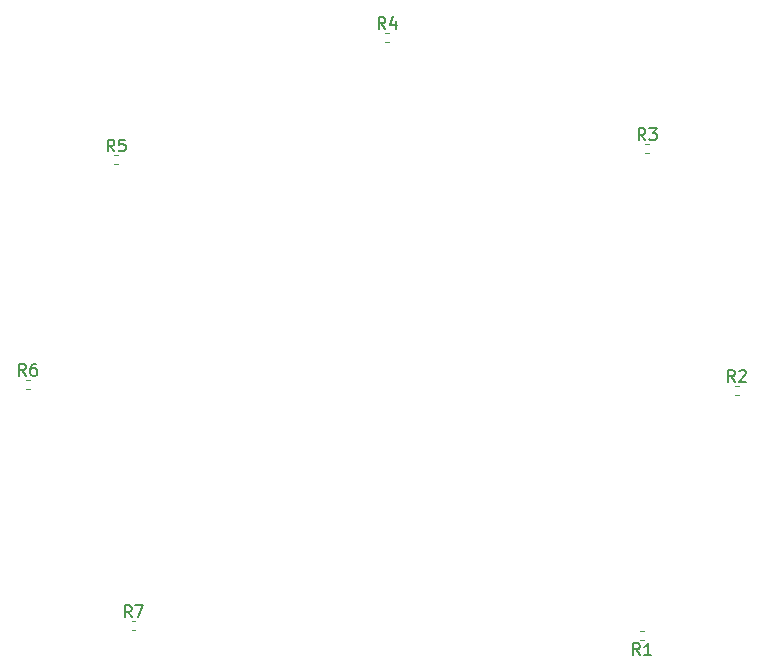
<source format=gbr>
%TF.GenerationSoftware,KiCad,Pcbnew,8.0.4*%
%TF.CreationDate,2024-10-01T08:30:59+02:00*%
%TF.ProjectId,Rp2040_Tastatur,52703230-3430-45f5-9461-737461747572,rev?*%
%TF.SameCoordinates,Original*%
%TF.FileFunction,Legend,Top*%
%TF.FilePolarity,Positive*%
%FSLAX46Y46*%
G04 Gerber Fmt 4.6, Leading zero omitted, Abs format (unit mm)*
G04 Created by KiCad (PCBNEW 8.0.4) date 2024-10-01 08:30:59*
%MOMM*%
%LPD*%
G01*
G04 APERTURE LIST*
%ADD10C,0.150000*%
%ADD11C,0.120000*%
G04 APERTURE END LIST*
D10*
X87635833Y-61584819D02*
X87302500Y-61108628D01*
X87064405Y-61584819D02*
X87064405Y-60584819D01*
X87064405Y-60584819D02*
X87445357Y-60584819D01*
X87445357Y-60584819D02*
X87540595Y-60632438D01*
X87540595Y-60632438D02*
X87588214Y-60680057D01*
X87588214Y-60680057D02*
X87635833Y-60775295D01*
X87635833Y-60775295D02*
X87635833Y-60918152D01*
X87635833Y-60918152D02*
X87588214Y-61013390D01*
X87588214Y-61013390D02*
X87540595Y-61061009D01*
X87540595Y-61061009D02*
X87445357Y-61108628D01*
X87445357Y-61108628D02*
X87064405Y-61108628D01*
X88540595Y-60584819D02*
X88064405Y-60584819D01*
X88064405Y-60584819D02*
X88016786Y-61061009D01*
X88016786Y-61061009D02*
X88064405Y-61013390D01*
X88064405Y-61013390D02*
X88159643Y-60965771D01*
X88159643Y-60965771D02*
X88397738Y-60965771D01*
X88397738Y-60965771D02*
X88492976Y-61013390D01*
X88492976Y-61013390D02*
X88540595Y-61061009D01*
X88540595Y-61061009D02*
X88588214Y-61156247D01*
X88588214Y-61156247D02*
X88588214Y-61394342D01*
X88588214Y-61394342D02*
X88540595Y-61489580D01*
X88540595Y-61489580D02*
X88492976Y-61537200D01*
X88492976Y-61537200D02*
X88397738Y-61584819D01*
X88397738Y-61584819D02*
X88159643Y-61584819D01*
X88159643Y-61584819D02*
X88064405Y-61537200D01*
X88064405Y-61537200D02*
X88016786Y-61489580D01*
X132595833Y-60634819D02*
X132262500Y-60158628D01*
X132024405Y-60634819D02*
X132024405Y-59634819D01*
X132024405Y-59634819D02*
X132405357Y-59634819D01*
X132405357Y-59634819D02*
X132500595Y-59682438D01*
X132500595Y-59682438D02*
X132548214Y-59730057D01*
X132548214Y-59730057D02*
X132595833Y-59825295D01*
X132595833Y-59825295D02*
X132595833Y-59968152D01*
X132595833Y-59968152D02*
X132548214Y-60063390D01*
X132548214Y-60063390D02*
X132500595Y-60111009D01*
X132500595Y-60111009D02*
X132405357Y-60158628D01*
X132405357Y-60158628D02*
X132024405Y-60158628D01*
X132929167Y-59634819D02*
X133548214Y-59634819D01*
X133548214Y-59634819D02*
X133214881Y-60015771D01*
X133214881Y-60015771D02*
X133357738Y-60015771D01*
X133357738Y-60015771D02*
X133452976Y-60063390D01*
X133452976Y-60063390D02*
X133500595Y-60111009D01*
X133500595Y-60111009D02*
X133548214Y-60206247D01*
X133548214Y-60206247D02*
X133548214Y-60444342D01*
X133548214Y-60444342D02*
X133500595Y-60539580D01*
X133500595Y-60539580D02*
X133452976Y-60587200D01*
X133452976Y-60587200D02*
X133357738Y-60634819D01*
X133357738Y-60634819D02*
X133072024Y-60634819D01*
X133072024Y-60634819D02*
X132976786Y-60587200D01*
X132976786Y-60587200D02*
X132929167Y-60539580D01*
X140155833Y-81104819D02*
X139822500Y-80628628D01*
X139584405Y-81104819D02*
X139584405Y-80104819D01*
X139584405Y-80104819D02*
X139965357Y-80104819D01*
X139965357Y-80104819D02*
X140060595Y-80152438D01*
X140060595Y-80152438D02*
X140108214Y-80200057D01*
X140108214Y-80200057D02*
X140155833Y-80295295D01*
X140155833Y-80295295D02*
X140155833Y-80438152D01*
X140155833Y-80438152D02*
X140108214Y-80533390D01*
X140108214Y-80533390D02*
X140060595Y-80581009D01*
X140060595Y-80581009D02*
X139965357Y-80628628D01*
X139965357Y-80628628D02*
X139584405Y-80628628D01*
X140536786Y-80200057D02*
X140584405Y-80152438D01*
X140584405Y-80152438D02*
X140679643Y-80104819D01*
X140679643Y-80104819D02*
X140917738Y-80104819D01*
X140917738Y-80104819D02*
X141012976Y-80152438D01*
X141012976Y-80152438D02*
X141060595Y-80200057D01*
X141060595Y-80200057D02*
X141108214Y-80295295D01*
X141108214Y-80295295D02*
X141108214Y-80390533D01*
X141108214Y-80390533D02*
X141060595Y-80533390D01*
X141060595Y-80533390D02*
X140489167Y-81104819D01*
X140489167Y-81104819D02*
X141108214Y-81104819D01*
X110585833Y-51204819D02*
X110252500Y-50728628D01*
X110014405Y-51204819D02*
X110014405Y-50204819D01*
X110014405Y-50204819D02*
X110395357Y-50204819D01*
X110395357Y-50204819D02*
X110490595Y-50252438D01*
X110490595Y-50252438D02*
X110538214Y-50300057D01*
X110538214Y-50300057D02*
X110585833Y-50395295D01*
X110585833Y-50395295D02*
X110585833Y-50538152D01*
X110585833Y-50538152D02*
X110538214Y-50633390D01*
X110538214Y-50633390D02*
X110490595Y-50681009D01*
X110490595Y-50681009D02*
X110395357Y-50728628D01*
X110395357Y-50728628D02*
X110014405Y-50728628D01*
X111442976Y-50538152D02*
X111442976Y-51204819D01*
X111204881Y-50157200D02*
X110966786Y-50871485D01*
X110966786Y-50871485D02*
X111585833Y-50871485D01*
X80145833Y-80574819D02*
X79812500Y-80098628D01*
X79574405Y-80574819D02*
X79574405Y-79574819D01*
X79574405Y-79574819D02*
X79955357Y-79574819D01*
X79955357Y-79574819D02*
X80050595Y-79622438D01*
X80050595Y-79622438D02*
X80098214Y-79670057D01*
X80098214Y-79670057D02*
X80145833Y-79765295D01*
X80145833Y-79765295D02*
X80145833Y-79908152D01*
X80145833Y-79908152D02*
X80098214Y-80003390D01*
X80098214Y-80003390D02*
X80050595Y-80051009D01*
X80050595Y-80051009D02*
X79955357Y-80098628D01*
X79955357Y-80098628D02*
X79574405Y-80098628D01*
X81002976Y-79574819D02*
X80812500Y-79574819D01*
X80812500Y-79574819D02*
X80717262Y-79622438D01*
X80717262Y-79622438D02*
X80669643Y-79670057D01*
X80669643Y-79670057D02*
X80574405Y-79812914D01*
X80574405Y-79812914D02*
X80526786Y-80003390D01*
X80526786Y-80003390D02*
X80526786Y-80384342D01*
X80526786Y-80384342D02*
X80574405Y-80479580D01*
X80574405Y-80479580D02*
X80622024Y-80527200D01*
X80622024Y-80527200D02*
X80717262Y-80574819D01*
X80717262Y-80574819D02*
X80907738Y-80574819D01*
X80907738Y-80574819D02*
X81002976Y-80527200D01*
X81002976Y-80527200D02*
X81050595Y-80479580D01*
X81050595Y-80479580D02*
X81098214Y-80384342D01*
X81098214Y-80384342D02*
X81098214Y-80146247D01*
X81098214Y-80146247D02*
X81050595Y-80051009D01*
X81050595Y-80051009D02*
X81002976Y-80003390D01*
X81002976Y-80003390D02*
X80907738Y-79955771D01*
X80907738Y-79955771D02*
X80717262Y-79955771D01*
X80717262Y-79955771D02*
X80622024Y-80003390D01*
X80622024Y-80003390D02*
X80574405Y-80051009D01*
X80574405Y-80051009D02*
X80526786Y-80146247D01*
X132135833Y-104234819D02*
X131802500Y-103758628D01*
X131564405Y-104234819D02*
X131564405Y-103234819D01*
X131564405Y-103234819D02*
X131945357Y-103234819D01*
X131945357Y-103234819D02*
X132040595Y-103282438D01*
X132040595Y-103282438D02*
X132088214Y-103330057D01*
X132088214Y-103330057D02*
X132135833Y-103425295D01*
X132135833Y-103425295D02*
X132135833Y-103568152D01*
X132135833Y-103568152D02*
X132088214Y-103663390D01*
X132088214Y-103663390D02*
X132040595Y-103711009D01*
X132040595Y-103711009D02*
X131945357Y-103758628D01*
X131945357Y-103758628D02*
X131564405Y-103758628D01*
X133088214Y-104234819D02*
X132516786Y-104234819D01*
X132802500Y-104234819D02*
X132802500Y-103234819D01*
X132802500Y-103234819D02*
X132707262Y-103377676D01*
X132707262Y-103377676D02*
X132612024Y-103472914D01*
X132612024Y-103472914D02*
X132516786Y-103520533D01*
X89093333Y-101034819D02*
X88760000Y-100558628D01*
X88521905Y-101034819D02*
X88521905Y-100034819D01*
X88521905Y-100034819D02*
X88902857Y-100034819D01*
X88902857Y-100034819D02*
X88998095Y-100082438D01*
X88998095Y-100082438D02*
X89045714Y-100130057D01*
X89045714Y-100130057D02*
X89093333Y-100225295D01*
X89093333Y-100225295D02*
X89093333Y-100368152D01*
X89093333Y-100368152D02*
X89045714Y-100463390D01*
X89045714Y-100463390D02*
X88998095Y-100511009D01*
X88998095Y-100511009D02*
X88902857Y-100558628D01*
X88902857Y-100558628D02*
X88521905Y-100558628D01*
X89426667Y-100034819D02*
X90093333Y-100034819D01*
X90093333Y-100034819D02*
X89664762Y-101034819D01*
D11*
%TO.C,R5*%
X87634879Y-61920000D02*
X87970121Y-61920000D01*
X87634879Y-62680000D02*
X87970121Y-62680000D01*
%TO.C,R3*%
X132594879Y-60970000D02*
X132930121Y-60970000D01*
X132594879Y-61730000D02*
X132930121Y-61730000D01*
%TO.C,R2*%
X140154879Y-81440000D02*
X140490121Y-81440000D01*
X140154879Y-82200000D02*
X140490121Y-82200000D01*
%TO.C,R4*%
X110584879Y-51540000D02*
X110920121Y-51540000D01*
X110584879Y-52300000D02*
X110920121Y-52300000D01*
%TO.C,R6*%
X80144879Y-80910000D02*
X80480121Y-80910000D01*
X80144879Y-81670000D02*
X80480121Y-81670000D01*
%TO.C,R1*%
X132470121Y-102230000D02*
X132134879Y-102230000D01*
X132470121Y-102990000D02*
X132134879Y-102990000D01*
%TO.C,R7*%
X89092379Y-101370000D02*
X89427621Y-101370000D01*
X89092379Y-102130000D02*
X89427621Y-102130000D01*
%TD*%
M02*

</source>
